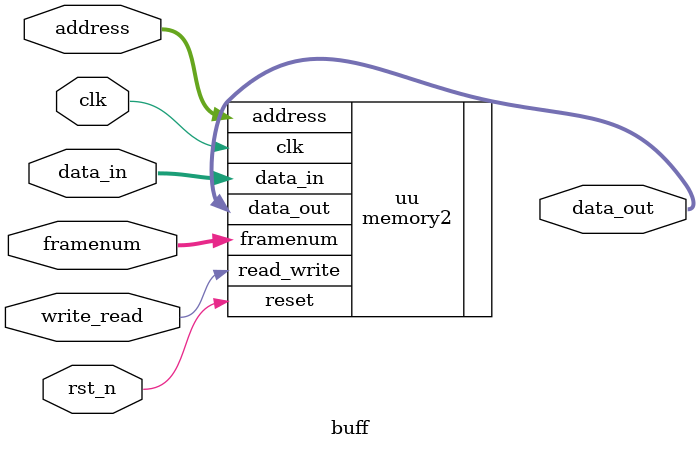
<source format=v>
`define false 1'b 0
`define FALSE 1'b 0
`define true 1'b 1
`define TRUE 1'b 1

`timescale 1 ns / 1 ns // timescale for following modules


module buff(
   clk,
   rst_n,
   write_read,
   address,
   framenum,
   data_in,
   data_out);
 

input   clk;
input   rst_n; 
input   write_read; 
input   [12:0] address; 
input   [7:0] framenum; 
input   [15:0] data_in; 
output   [31:0] data_out; 

wire    [31:0] data_out ; 

defparam
      uu.data_length = 40,
      uu.addr_length = 13;
memory2 uu (.clk(clk),
          .reset(rst_n),
          .read_write(write_read),
          .address(address),
          .framenum(framenum),
          .data_in(data_in),
          .data_out(data_out));

endmodule // module regcep


</source>
